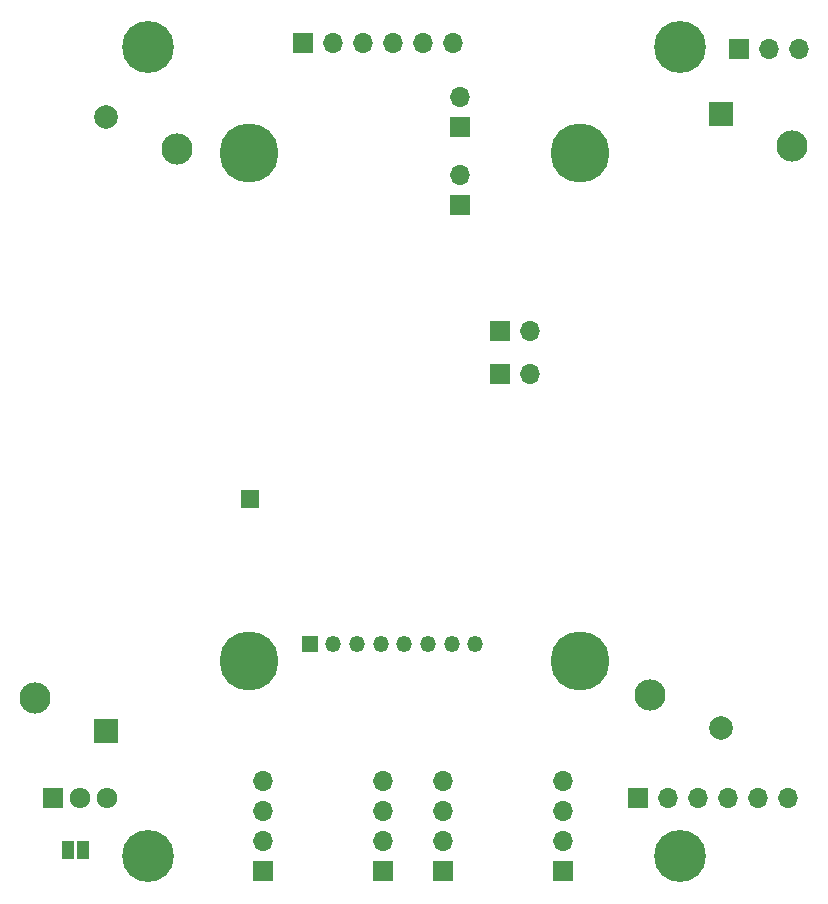
<source format=gbr>
%TF.GenerationSoftware,KiCad,Pcbnew,8.0.5-8.0.5-0~ubuntu22.04.1*%
%TF.CreationDate,2024-09-26T15:57:53+02:00*%
%TF.ProjectId,HB-UNI-SEN-BATT_ATMega1284P_E07-900MM10S_FUEL4EP,48422d55-4e49-42d5-9345-4e2d42415454,1.2*%
%TF.SameCoordinates,Original*%
%TF.FileFunction,Soldermask,Bot*%
%TF.FilePolarity,Negative*%
%FSLAX46Y46*%
G04 Gerber Fmt 4.6, Leading zero omitted, Abs format (unit mm)*
G04 Created by KiCad (PCBNEW 8.0.5-8.0.5-0~ubuntu22.04.1) date 2024-09-26 15:57:53*
%MOMM*%
%LPD*%
G01*
G04 APERTURE LIST*
G04 Aperture macros list*
%AMRoundRect*
0 Rectangle with rounded corners*
0 $1 Rounding radius*
0 $2 $3 $4 $5 $6 $7 $8 $9 X,Y pos of 4 corners*
0 Add a 4 corners polygon primitive as box body*
4,1,4,$2,$3,$4,$5,$6,$7,$8,$9,$2,$3,0*
0 Add four circle primitives for the rounded corners*
1,1,$1+$1,$2,$3*
1,1,$1+$1,$4,$5*
1,1,$1+$1,$6,$7*
1,1,$1+$1,$8,$9*
0 Add four rect primitives between the rounded corners*
20,1,$1+$1,$2,$3,$4,$5,0*
20,1,$1+$1,$4,$5,$6,$7,0*
20,1,$1+$1,$6,$7,$8,$9,0*
20,1,$1+$1,$8,$9,$2,$3,0*%
G04 Aperture macros list end*
%ADD10R,1.350000X1.350000*%
%ADD11O,1.350000X1.350000*%
%ADD12R,1.700000X1.700000*%
%ADD13O,1.700000X1.700000*%
%ADD14R,1.717500X1.800000*%
%ADD15O,1.717500X1.800000*%
%ADD16R,1.000000X1.500000*%
%ADD17C,4.400000*%
%ADD18C,0.700000*%
%ADD19C,2.640000*%
%ADD20C,2.000000*%
%ADD21R,2.000000X2.000000*%
%ADD22C,5.000000*%
%ADD23RoundRect,0.250000X-0.550000X-0.550000X0.550000X-0.550000X0.550000X0.550000X-0.550000X0.550000X0*%
G04 APERTURE END LIST*
D10*
%TO.C,J11*%
X28667000Y21250000D03*
D11*
X30667000Y21250000D03*
X32667000Y21250000D03*
X34667000Y21250000D03*
X36667000Y21250000D03*
X38667000Y21250000D03*
X40667000Y21250000D03*
X42667000Y21250000D03*
%TD*%
D12*
%TO.C,J7*%
X34890000Y1997000D03*
D13*
X34890000Y4537000D03*
X34890000Y7077000D03*
X34890000Y9617000D03*
%TD*%
D12*
%TO.C,J3*%
X44796000Y44097500D03*
D13*
X47336000Y44097500D03*
%TD*%
D12*
%TO.C,J4*%
X44796000Y47780500D03*
D13*
X47336000Y47780500D03*
%TD*%
D12*
%TO.C,J5*%
X56480000Y8220000D03*
D13*
X59020000Y8220000D03*
X61560000Y8220000D03*
X64100000Y8220000D03*
X66640000Y8220000D03*
X69180000Y8220000D03*
%TD*%
D14*
%TO.C,Q1*%
X6950000Y8220000D03*
D15*
X9240000Y8220000D03*
X11530000Y8220000D03*
%TD*%
D12*
%TO.C,J10*%
X64989000Y71656500D03*
D13*
X67529000Y71656500D03*
X70069000Y71656500D03*
%TD*%
D16*
%TO.C,JP1*%
X9500000Y3775000D03*
X8200000Y3775000D03*
%TD*%
D12*
%TO.C,J8*%
X39970000Y1997000D03*
D13*
X39970000Y4537000D03*
X39970000Y7077000D03*
X39970000Y9617000D03*
%TD*%
D17*
%TO.C,H2*%
X60000000Y71750000D03*
D18*
X61800000Y71750000D03*
X61272800Y70477200D03*
X60000000Y69950000D03*
X58727200Y70477200D03*
X58200000Y71750000D03*
X58727200Y73022800D03*
X60000000Y73550000D03*
X61272800Y73022800D03*
%TD*%
D17*
%TO.C,H4*%
X60000000Y3250000D03*
D18*
X61800000Y3250000D03*
X61272800Y1977200D03*
X60000000Y1450000D03*
X58727200Y1977200D03*
X58200000Y3250000D03*
X58727200Y4522800D03*
X60000000Y5050000D03*
X61272800Y4522800D03*
%TD*%
D17*
%TO.C,H1*%
X15000000Y71750000D03*
D18*
X16800000Y71750000D03*
X16272800Y70477200D03*
X15000000Y69950000D03*
X13727200Y70477200D03*
X13200000Y71750000D03*
X13727200Y73022800D03*
X15000000Y73550000D03*
X16272800Y73022800D03*
%TD*%
D17*
%TO.C,H3*%
X15000000Y3250000D03*
D18*
X16800000Y3250000D03*
X16272800Y1977200D03*
X15000000Y1450000D03*
X13727200Y1977200D03*
X13200000Y3250000D03*
X13727200Y4522800D03*
X15000000Y5050000D03*
X16272800Y4522800D03*
%TD*%
D19*
%TO.C,BT2*%
X5425000Y16650000D03*
X17415000Y63130000D03*
D20*
X11420000Y65890000D03*
D21*
X11420000Y13900000D03*
%TD*%
D12*
%TO.C,J12*%
X28070100Y72139100D03*
D13*
X30610100Y72139100D03*
X33150100Y72139100D03*
X35690100Y72139100D03*
X38230100Y72139100D03*
X40770100Y72139100D03*
%TD*%
D19*
%TO.C,BT1*%
X69485000Y63390000D03*
X57495000Y16910000D03*
D20*
X63490000Y14150000D03*
D21*
X63490000Y66140000D03*
%TD*%
D12*
%TO.C,J1*%
X41400000Y64989000D03*
D13*
X41400000Y67529000D03*
%TD*%
D12*
%TO.C,J6*%
X24730000Y2000000D03*
D13*
X24730000Y4540000D03*
X24730000Y7080000D03*
X24730000Y9620000D03*
%TD*%
D12*
%TO.C,J2*%
X41400000Y58385000D03*
D13*
X41400000Y60925000D03*
%TD*%
D12*
%TO.C,J9*%
X50130000Y2000000D03*
D13*
X50130000Y4540000D03*
X50130000Y7080000D03*
X50130000Y9620000D03*
%TD*%
D22*
%TO.C,H5*%
X23510800Y62800000D03*
%TD*%
%TO.C,H6*%
X23510800Y19800000D03*
%TD*%
%TO.C,H7*%
X51510800Y62800000D03*
%TD*%
%TO.C,H8*%
X51510800Y19800000D03*
%TD*%
D23*
%TO.C,AE1*%
X23622000Y33477200D03*
%TD*%
M02*

</source>
